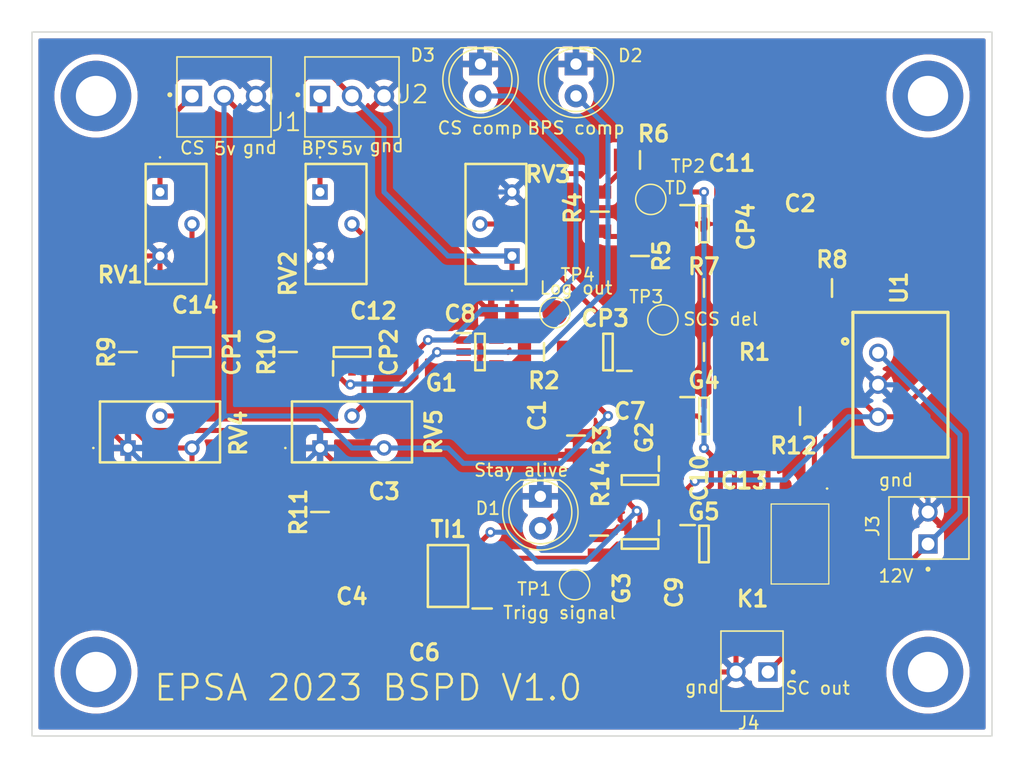
<source format=kicad_pcb>
(kicad_pcb (version 20211014) (generator pcbnew)
  (layers (0 "F.Cu" signal) (31 "B.Cu" signal) (34 "B.Paste" user) (35 "F.Paste" user) (36 "B.SilkS" user "B.Silkscreen") (37 "F.SilkS" user "F.Silkscreen") (38 "B.Mask" user) (39 "F.Mask" user) (44 "Edge.Cuts" user))
  (net 0 "")
  (net 1 "Net-(C1-Pad1)")
  (net 2 "0")
  (net 3 "Net-(C2-Pad1)")
  (net 4 "Net-(C3-Pad2)")
  (net 5 "Net-(C4-Pad1)")
  (net 6 "Net-(CP1-Pad1)")
  (net 7 "Net-(CP1-Pad3)")
  (net 8 "Net-(CP1-Pad4)")
  (net 9 "+5V")
  (net 10 "Net-(CP2-Pad1)")
  (net 11 "Net-(CP2-Pad3)")
  (net 12 "Net-(CP2-Pad4)")
  (net 13 "Del")
  (net 14 "Net-(CP3-Pad3)")
  (net 15 "Trigg")
  (net 16 "Net-(CP4-Pad3)")
  (net 17 "Logic out")
  (net 18 "Net-(G2-Pad4)")
  (net 19 "Trigg Signal")
  (net 20 "Net-(G4-Pad4)")
  (net 21 "StayAlive")
  (net 22 "BSPDE")
  (net 23 "Current Sensor IN")
  (net 24 "BPS Signal")
  (net 25 "+12V")
  (net 26 "SC")
  (net 27 "Net-(K1-Pad1)")
  (net 28 "Net-(D1-Pad2)")
  (footprint "MountingHole:MountingHole_3.2mm_M3_DIN965_Pad" (layer "F.Cu") (at 165.1 116.84)
    (fp_text reference "REF**" hide)
    (fp_text value "MountingHole_3.2mm_M3_DIN965_Pad" hide)
  )
  (footprint "EPSA_lib:SOT95P280X145-5N" (layer "F.Cu") (at 142.24 101.6 -90)
    (fp_text reference "G2")
    (fp_text value "Gate NAND SN74AHCT1G00DBVR" hide)
  )
  (footprint "EPSA_lib:CAPC2012X130N" (layer "F.Cu") (at 139.330641 94.192119)
    (fp_text reference "C7")
    (fp_text value "Condensateur 0805Y1000104JXT" hide)
  )
  (footprint "MountingHole:MountingHole_3.2mm_M3_DIN965_Pad" (layer "F.Cu") (at 99.06 71.12)
    (fp_text reference "REF**" hide)
    (fp_text value "MountingHole_3.2mm_M3_DIN965_Pad" hide)
  )
  (footprint "EPSA_lib:SOT95P280X145-5N" (layer "F.Cu") (at 147.32 96.52)
    (fp_text reference "G4")
    (fp_text value "Gate OR SN74AHCT1G32DBVR" hide)
  )
  (footprint "EPSA_lib:MOLEX_22-11-2022" (layer "F.Cu") (at 152.4 116.84 180)
    (fp_text reference "J4")
    (fp_text value "2P Droit 2-11-2022")
  )
  (footprint "EPSA_lib:TSR-0.5-2433" (layer "F.Cu") (at 159.136 88.2915 -90)
    (fp_text reference "U1")
    (fp_text value "Alim LP TSR_0.5-2450" hide)
  )
  (footprint "EPSA_lib:3296Y1223LF" (layer "F.Cu") (at 116.84 99.06 -90)
    (fp_text reference "RV5")
    (fp_text value "Varystor 3296Y-1-223LF" hide)
  )
  (footprint "EPSA_lib:RESC3216X70N" (layer "F.Cu") (at 134.62 91.44)
    (fp_text reference "R2")
    (fp_text value "Résistance RK73H2BLTDD2152F" hide)
  )
  (footprint "EPSA_lib:SOT95P280X145-5N" (layer "F.Cu") (at 147.32 106.68)
    (fp_text reference "G5")
    (fp_text value "Gate NOR SN74AHCT1G02DBVR" hide)
  )
  (footprint "EPSA_lib:RESC3216X70N" (layer "F.Cu") (at 139.052725 80.299257 -90)
    (fp_text reference "R4")
    (fp_text value "Résistance RK73H2BLTDD2152F" hide)
  )
  (footprint "EPSA_lib:SOIC127P600X175-8N" (layer "F.Cu") (at 127 109.22 180)
    (fp_text reference "TI1")
    (fp_text value "Timer 555 LM555CMX_NOPB" hide)
  )
  (footprint "LED_THT:LED_D5.0mm" (layer "F.Cu") (at 134.330177 102.89618 -90)
    (fp_text reference "D1")
    (fp_text value "LED")
  )
  (footprint "EPSA_lib:SOT95P280X145-5N" (layer "F.Cu") (at 142.24 106.68 -90)
    (fp_text reference "G3")
    (fp_text value "Gate NAND SN74AHCT1G00DBVR" hide)
  )
  (footprint "EPSA_lib:SOT95P280X145-5N" (layer "F.Cu") (at 106.68 91.44 90)
    (fp_text reference "CP1")
    (fp_text value "Comparateur TS391ILT" hide)
  )
  (footprint "EPSA_lib:CAPC2012X130N" (layer "F.Cu") (at 144.996793 101.858091 90)
    (fp_text reference "C10")
    (fp_text value "Condensateur 0805Y1000104JXT" hide)
  )
  (footprint "EPSA_lib:CAPC2012X130N" (layer "F.Cu") (at 103.826525 89.121713 90)
    (fp_text reference "C14")
    (fp_text value "Condensateur 0805Y1000104JXT" hide)
  )
  (footprint "EPSA_lib:RESC3216X70N" (layer "F.Cu") (at 147.32 86.36)
    (fp_text reference "R7")
    (fp_text value "Résistance RK73H2BLTDD2152F" hide)
  )
  (footprint "EPSA_lib:CAPC2012X130N" (layer "F.Cu") (at 150.565317 99.377893)
    (fp_text reference "C13")
    (fp_text value "Condensateur 0805Y1000104JXT" hide)
  )
  (footprint "EPSA_lib:CPC1394GR" (layer "F.Cu") (at 154.94 106.68 180)
    (fp_text reference "K1")
    (fp_text value "SSR CPC1394GR" hide)
  )
  (footprint "TestPoint:TestPoint_Pad_D2.0mm" (layer "F.Cu") (at 144.055444 88.887924)
    (fp_text reference "TP3")
    (fp_text value "TestPoint")
  )
  (footprint "MountingHole:MountingHole_3.2mm_M3_DIN965_Pad" (layer "F.Cu") (at 165.1 71.12)
    (fp_text reference "REF**" hide)
    (fp_text value "MountingHole_3.2mm_M3_DIN965_Pad" hide)
  )
  (footprint "EPSA_lib:3296Y1223LF" (layer "F.Cu") (at 104.14 78.74 180)
    (fp_text reference "RV1")
    (fp_text value "Varystor 3296Y-1-223LF" hide)
  )
  (footprint "EPSA_lib:3296Y1223LF" (layer "F.Cu") (at 101.6 99.06 -90)
    (fp_text reference "RV4")
    (fp_text value "Varystor 3296Y-1-223LF" hide)
  )
  (footprint "EPSA_lib:RESC3216X70N" (layer "F.Cu") (at 157.48 86.36 180)
    (fp_text reference "R8")
    (fp_text value "Résistance RK73H2BLTDD2152F" hide)
  )
  (footprint "EPSA_lib:CAPC2012X130N" (layer "F.Cu") (at 149.48666 78.426525)
    (fp_text reference "C11")
    (fp_text value "Condensateur 0805Y1000104JXT" hide)
  )
  (footprint "EPSA_lib:RESC3216X70N" (layer "F.Cu") (at 147.32 91.44)
    (fp_text reference "R1")
    (fp_text value "Résistance RK73H2BLTDD2152F" hide)
  )
  (footprint "EPSA_lib:CAPC2012X130N" (layer "F.Cu") (at 154.94 81.28)
    (fp_text reference "C2")
    (fp_text value "Condensateur 0805Y1000104JXT" hide)
  )
  (footprint "EPSA_lib:3296Y1223LF" (layer "F.Cu") (at 116.84 78.74 180)
    (fp_text reference "RV2")
    (fp_text value "Varystor 3296Y-1-223LF" hide)
  )
  (footprint "EPSA_lib:RESC3216X70N" (layer "F.Cu") (at 116.84 104.14 90)
    (fp_text reference "R11")
    (fp_text value "Résistance RK73H2BLTDD2152F" hide)
  )
  (footprint "MountingHole:MountingHole_3.2mm_M3_DIN965_Pad" (layer "F.Cu") (at 99.06 116.84)
    (fp_text reference "REF**" hide)
    (fp_text value "MountingHole_3.2mm_M3_DIN965_Pad" hide)
  )
  (footprint "LED_THT:LED_D5.0mm" (layer "F.Cu") (at 137.16 68.58 -90)
    (fp_text reference "D2")
    (fp_text value "LED")
  )
  (footprint "EPSA_lib:MOLEX_22-11-2022" (layer "F.Cu") (at 165.1 106.68 90)
    (fp_text reference "J3")
    (fp_text value "2P Droit 2-11-2022")
  )
  (footprint "EPSA_lib:RESC3216X70N" (layer "F.Cu") (at 154.94 96.52 180)
    (fp_text reference "R12")
    (fp_text value "Résistance RK73H2BLTDD2152F" hide)
  )
  (footprint "LED_THT:LED_D5.0mm" (layer "F.Cu") (at 129.579341 68.58 -90)
    (fp_text reference "D3")
    (fp_text value "LED")
  )
  (footprint "EPSA_lib:RESC3216X70N" (layer "F.Cu") (at 138.991482 106.011767 -90)
    (fp_text reference "R14")
    (fp_text value "Résistance RK73H2BLTDD2152F" hide)
  )
  (footprint "EPSA_lib:CAPC2012X130N" (layer "F.Cu") (at 125.050634 113.106159)
    (fp_text reference "C6")
    (fp_text value "Condensateur 0805Y1000104JXT" hide)
  )
  (footprint "TestPoint:TestPoint_Pad_D2.0mm" (layer "F.Cu") (at 137.051316 109.908327)
    (fp_text reference "TP1")
    (fp_text value "TestPoint")
  )
  (footprint "EPSA_lib:RESC3216X70N" (layer "F.Cu") (at 137.16 98.07 90)
    (fp_text reference "R3")
    (fp_text value "Résistance RK73H2BLTDD2152F" hide)
  )
  (footprint "EPSA_lib:RESC3216X70N" (layer "F.Cu") (at 142.24 76.2 180)
    (fp_text reference "R6")
    (fp_text value "Résistance RK73H2BLTDD2152F" hide)
  )
  (footprint "EPSA_lib:CAPC2012X130N" (layer "F.Cu") (at 117.41161 88.31915 180)
    (fp_text reference "C12")
    (fp_text value "Condensateur 0805Y1000104JXT" hide)
  )
  (footprint "EPSA_lib:MOLEX_22-11-2032" (layer "F.Cu") (at 116.84 71.12)
    (fp_text reference "J2")
    (fp_text value "3P Droit 22-11-2032")
  )
  (footprint "EPSA_lib:SOT95P280X145-5N" (layer "F.Cu") (at 139.7 91.44 180)
    (fp_text reference "CP3")
    (fp_text value "Comparateur TS391ILT" hide)
  )
  (footprint "EPSA_lib:CAPC2012X130N" (layer "F.Cu") (at 131.25078 88.369796 180)
    (fp_text reference "C8")
    (fp_text value "Condensateur 0805Y1000104JXT" hide)
  )
  (footprint "EPSA_lib:3296Y1223LF" (layer "F.Cu") (at 132.08 83.82)
    (fp_text reference "RV3")
    (fp_text value "Varystor 3296Y-1-223LF" hide)
  )
  (footprint "EPSA_lib:CAPC2012X130N" (layer "F.Cu") (at 119.38 109.22 180)
    (fp_text reference "C4")
    (fp_text value "Condensateur 0805Y1000104JXT" hide)
  )
  (footprint "EPSA_lib:SOT95P280X145-5N" (layer "F.Cu") (at 147.32 81.28)
    (fp_text reference "CP4")
    (fp_text value "Comparateur TS391ILT" hide)
  )
  (footprint "EPSA_lib:RESC3216X70N" (layer "F.Cu") (at 114.3 91.44 90)
    (fp_text reference "R10")
    (fp_text value "Résistance RK73H2BLTDD2152F" hide)
  )
  (footprint "EPSA_lib:CAPC2012X130N" (layer "F.Cu") (at 132.08 96.52 -90)
    (fp_text reference "C1")
    (fp_text value "Condensateur 0805Y1000104JXT" hide)
  )
  (footprint "EPSA_lib:RESC3216X70N" (layer "F.Cu") (at 101.6 91.44 90)
    (fp_text reference "R9")
    (fp_text value "Résistance RK73H2BLTDD2152F" hide)
  )
  (footprint "EPSA_lib:SOT95P280X145-5N" (layer "F.Cu") (at 129.54 91.44)
    (fp_text reference "G1")
    (fp_text value "Gate AND SN74AHCT1G08DBVR" hide)
  )
  (footprint "EPSA_lib:MOLEX_22-11-2032" (layer "F.Cu") (at 106.68 71.12)
    (fp_text reference "J1")
    (fp_text value "3P Droit 22-11-2032")
  )
  (footprint "TestPoint:TestPoint_Pad_D2.0mm" (layer "F.Cu") (at 135.489466 88.320355)
    (fp_text reference "TP4")
    (fp_text value "TestPoint")
  )
  (footprint "EPSA_lib:SOT95P280X145-5N" (layer "F.Cu") (at 119.38 91.44 90)
    (fp_text reference "CP2")
    (fp_text value "Comparateur TS391ILT" hide)
  )
  (footprint "TestPoint:TestPoint_Pad_D2.0mm" (layer "F.Cu") (at 143.095409 79.329644)
    (fp_text reference "TP2")
    (fp_text value "TestPoint")
  )
  (footprint "EPSA_lib:CAPC2012X130N" (layer "F.Cu") (at 143.081373 110.555008 -90)
    (fp_text reference "C9")
    (fp_text value "Condensateur 0805Y1000104JXT" hide)
  )
  (footprint "EPSA_lib:CAPC2012X130N" (layer "F.Cu") (at 121.92 104.14)
    (fp_text reference "C3")
    (fp_text value "Condensateur 0805Y1000104JXT" hide)
  )
  (footprint "EPSA_lib:RESC3216X70N" (layer "F.Cu") (at 142.24 83.82 -90)
    (fp_text reference "R5")
    (fp_text value "Résistance RK73H2BLTDD2152F" hide)
  )
  (gr_rect (start 93.98 66.04) (end 170.18 121.92) (layer "Edge.Cuts") (width 0.1) (fill none))
  (gr_text "5v" (at 119.38 75.280154) (layer "F.SilkS") (effects (font (size 1 1))))
  (gr_text "SC out" (at 156.339768 118.117028) (layer "F.SilkS") (effects (font (size 1 1))))
  (gr_text "gnd" (at 162.56 101.6) (layer "F.SilkS") (effects (font (size 1 1))))
  (gr_text "CS comp" (at 129.54 73.66) (layer "F.SilkS") (effects (font (size 1 1))))
  (gr_text "Stay alive" (at 132.815063 100.819807) (layer "F.SilkS") (effects (font (size 1 1))))
  (gr_text "CS" (at 106.705284 75.249021) (layer "F.SilkS") (effects (font (size 1 1))))
  (gr_text "BPS" (at 116.84 75.258078) (layer "F.SilkS") (effects (font (size 1 1))))
  (gr_text "TD" (at 145.106819 78.412898) (layer "F.SilkS") (effects (font (size 1 1))))
  (gr_text "5v" (at 109.300569 75.298268) (layer "F.SilkS") (effects (font (size 1 1))))
  (gr_text "Trigg signal" (at 135.856715 112.128797) (layer "F.SilkS") (effects (font (size 1 1))))
  (gr_text "BPS comp" (at 137.16 73.66) (layer "F.SilkS") (effects (font (size 1 1))))
  (gr_text "SCS del" (at 148.658396 88.831744) (layer "F.SilkS") (effects (font (size 1 1))))
  (gr_text "gnd" (at 147.183202 118.035516) (layer "F.SilkS") (effects (font (size 1 1))))
  (gr_text "gnd" (at 112.071992 75.207698) (layer "F.SilkS") (effects (font (size 1 1))))
  (gr_text "EPSA 2023 BSPD V1.0" (at 120.672959 118.094271) (layer "F.SilkS") (effects (font (size 2 2) (thickness 0.2))))
  (gr_text "gnd" (at 122.125195 75.062787) (layer "F.SilkS") (effects (font (size 1 1))))
  (gr_text "Log out" (at 137.16 86.36) (layer "F.SilkS") (effects (font (size 1 1))))
  (gr_text "12V" (at 162.56 109.22) (layer "F.SilkS") (effects (font (size 1 1))))
  (segment (start 137.16 93.98) (end 137.16 96.52) (width 0.4) (layer "F.Cu") (net 1))
  (segment (start 137.45 91.44) (end 138.4 90.49) (width 0.4) (layer "F.Cu") (net 1))
  (segment (start 136.17 91.44) (end 136.17 92.99) (width 0.4) (layer "F.Cu") (net 1))
  (segment (start 136.17 92.99) (end 137.16 93.98) (width 0.4) (layer "F.Cu") (net 1))
  (segment (start 136.17 91.44) (end 137.45 91.44) (width 0.4) (layer "F.Cu") (net 1))
  (segment (start 136.17 91.44) (end 132.08 95.53) (width 0.4) (layer "F.Cu") (net 1))
  (segment (start 141.29 95.331478) (end 141.29 100.3) (width 0.4) (layer "F.Cu") (net 2))
  (segment (start 140.259454 101.567829) (end 140.291625 101.6) (width 0.4) (layer "F.Cu") (net 2))
  (segment (start 132.08 78.74) (end 138.71 85.37) (width 0.4) (layer "F.Cu") (net 2))
  (segment (start 153.186525 78.426525) (end 155.76 81) (width 0.4) (layer "F.Cu") (net 2))
  (segment (start 119.38 68.58) (end 121.92 71.12) (width 0.4) (layer "F.Cu") (net 2))
  (segment (start 127.851793 111.125) (end 125.870634 113.106159) (width 0.4) (layer "F.Cu") (net 2))
  (segment (start 153.797 102.28) (end 153.797 105.283) (width 0.4) (layer "F.Cu") (net 2))
  (segment (start 156.065756 94.020756) (end 165.1 103.055) (width 0.4) (layer "F.Cu") (net 2))
  (segment (start 146.745 81.28) (end 147.311465 81.846465) (width 0.4) (layer "F.Cu") (net 2))
  (segment (start 142.24 90.928753) (end 142.24 85.37) (width 0.4) (layer "F.Cu") (net 2))
  (segment (start 151.385317 99.377893) (end 151.385317 94.098045) (width 0.4) (layer "F.Cu") (net 2))
  (segment (start 140.150641 94.192119) (end 141.29 95.331478) (width 0.4) (layer "F.Cu") (net 2))
  (segment (start 128.229414 102.829414) (end 128.229414 111.058487) (width 0.4) (layer "F.Cu") (net 2))
  (segment (start 155.76 81.28) (end 155.76 83.09) (width 0.4) (layer "F.Cu") (net 2))
  (segment (start 101.6 83.82) (end 104.14 83.82) (width 0.4) (layer "F.Cu") (net 2))
  (segment (start 111.76 116.84) (end 101.6 106.68) (width 0.4) (layer "F.Cu") (net 2))
  (segment (start 114.3 68.58) (end 119.38 68.58) (width 0.4) (layer "F.Cu") (net 2))
  (segment (start 146.02 81.28) (end 146.745 81.28) (width 0.4) (layer "F.Cu") (net 2))
  (segment (start 167.64 106.68) (end 165.1 104.14) (width 0.4) (layer "F.Cu") (net 2))
  (segment (start 128.24 93.78) (end 131.8 97.34) (width 0.4) (layer "F.Cu") (net 2))
  (segment (start 121.1 103.32) (end 121.1 102.654723) (width 0.4) (layer "F.Cu") (net 2))
  (segment (start 143.081373 111.375008) (end 144.395008 111.375008) (width 0.4) (layer "F.Cu") (net 2))
  (segment (start 151.462606 94.020756) (end 156.065756 94.020756) (width 0.4) (layer "F.Cu") (net 2))
  (segment (start 140.259454 101.330546) (end 140.259454 101.567829) (width 0.4) (layer "F.Cu") (net 2))
  (segment (start 118.4465 79.6735) (end 118.4465 74.5935) (width 0.4) (layer "F.Cu") (net 2))
  (segment (start 149.86 116.84) (end 151.796109 118.776109) (width 0.4) (layer "F.Cu") (net 2))
  (segment (start 128.24 92.39) (end 128.24 93.78) (width 0.4) (layer "F.Cu") (net 2))
  (segment (start 155.76 83.09) (end 159.03 86.36) (width 0.4) (layer "F.Cu") (net 2))
  (segment (start 103.826525 87.338475) (end 104.14 87.025) (width 0.4) (layer "F.Cu") (net 2))
  (segment (start 116.59161 86.683015) (end 118.147312 85.127313) (width 0.4) (layer "F.Cu") (net 2))
  (segment (start 140.267808 101.564787) (end 140.267808 103.561253) (width 0.4) (layer "F.Cu") (net 2))
  (segment (start 121.1 102.654723) (end 122.154723 101.6) (width 0.4) (layer "F.Cu") (net 2))
  (segment (start 140.658022 104.748022) (end 141.29 105.38) (width 0.4) (layer "F.Cu") (net 2))
  (segment (start 104.14 83.82) (end 102.283327 81.963327) (width 0.4) (layer "F.Cu") (net 2))
  (segment (start 143.760484 101.6) (end 144.78 100.580484) (width 0.4) (layer "F.Cu") (net 2))
  (segment (start 141.728753 91.44) (end 142.24 90.928753) (width 0.4) (layer "F.Cu") (net 2))
  (segment (start 117.641067 80.478933) (end 118.4465 79.6735) (width 0.4) (layer "F.Cu") (net 2))
  (segment (start 138.71 85.37) (end 142.24 85.37) (width 0.4) (layer "F.Cu") (net 2))
  (segment (start 99.06 96.52) (end 99.06 86.36) (width 0.4) (layer "F.Cu") (net 2))
  (segment (start 111.76 104.14) (end 121.1 104.14) (width 0.4) (layer "F.Cu") (net 2))
  (segment (start 122.154723 101.6) (end 127 101.6) (width 0.4) (layer "F.Cu") (net 2))
  (segment (start 121.734484 79.6735) (end 118.4465 79.6735) (width 0.4) (layer "F.Cu") (net 2))
  (segment (start 111.76 71.12) (end 114.3 68.58) (width 0.4) (layer "F.Cu") (net 2))
  (segment (start 149.86 116.84) (end 111.76 116.84) (width 0.4) (layer "F.Cu") (net 2))
  (segment (start 117.641067 83.018933) (end 117.641067 80.478933) (width 0.4) (layer "F.Cu") (net 2))
  (segment (start 144.395008 111.375008) (end 146.02 113) (width 0.4) (layer "F.Cu") (net 2))
  (segment (start 109.22 68.58) (end 111.76 71.12) (width 0.4) (layer "F.Cu") (net 2))
  (segment (start 106.68 68.58) (end 109.22 68.58) (width 0.4) (layer "F.Cu") (net 2))
  (segment (start 135.18 99.62) (end 137.16 99.62) (width 0.4) (layer "F.Cu") (net 2))
  (segment (start 141 91.44) (end 141.728753 91.44) (width 0.4) (layer "F.Cu") (net 2))
  (segment (start 151.796109 118.776109) (end 158.083891 118.776109) (width 0.4) (layer "F.Cu") (net 2))
  (segment (start 141.29 100.3) (end 137.84 100.3) (width 0.4) (layer "F.Cu") (net 2))
  (segment (start 149.86 109.22) (end 149.86 116.84) (width 0.4) (layer "F.Cu") (net 2))
  (segment (start 153.797 105.283) (end 149.86 109.22) (width 0.4) (layer "F.Cu") (net 2))
  (segment (start 128.295927 111.125) (end 129.711 111.125) (width 0.4) (layer "F.Cu") (net 2))
  (segment (start 140.658022 103.951467) (end 140.658022 104.748022) (width 0.4) (layer "F.Cu") (net 2))
  (segment (start 165.1 103.055) (end 165.1 104.14) (width 0.4) (layer "F.Cu") (net 2))
  (segment (start 129.711 111.125) (end 127.851793 111.125) (width 0.4) (layer "F.Cu") (net 2))
  (segment (start 116.84 83.82) (end 118.147312 85.127313) (width 0.4) (layer "F.Cu") (net 2))
  (segment (start 118.56 109.22) (end 114.3 109.22) (width 0.4) (layer "F.Cu") (net 2))
  (segment (start 140.291625 101.6) (end 143.760484 101.6) (width 0.4) (layer "F.Cu") (net 2))
  (segment (start 147.311465 83.133348) (end 146.624813 83.82) (width 0.4) (layer "F.Cu") (net 2))
  (segment (start 104.14 83.82) (end 104.14 87.025) (width 0.4) (layer "F.Cu") (net 2))
  (segment (start 146.02 113) (end 149.86 116.84) (width 0.4) (layer "F.Cu") (net 2))
  (segment (start 134.330177 100.469823) (end 135.18 99.62) (width 0.4) (layer "F.Cu") (net 2))
  (segment (start 141.29 100.3) (end 140.259454 101.330546) (width 0.4) (layer "F.Cu") (net 2))
  (segment (start 101.6 106.68) (end 101.6 99.06) (width 0.4) (layer "F.Cu") (net 2))
  (segment (start 101.6 99.06) (end 99.06 96.52) (width 0.4) (layer "F.Cu") (net 2))
  (segment (start 121.1 104.14) (end 121.1 103.32) (width 0.4) (layer "F.Cu") (net 2))
  (segment (start 128.229414 111.058487) (end 128.295927 111.125) (width 0.4) (layer "F.Cu") (net 2))
  (segment (start 159.03 86.36) (end 159.03 91.9355) (width 0.4) (layer "F.Cu") (net 2))
  (segment (start 102.283327 72.976673) (end 106.68 68.58) (width 0.4) (layer "F.Cu") (net 2))
  (segment (start 143.79 83.82) (end 142.24 85.37) (width 0.4) (layer "F.Cu") (net 2))
  (segment (start 116.59161 88.31915) (end 116.59161 86.683015) (width 0.4) (layer "F.Cu") (net 2))
  (segment (start 116.84 99.06) (end 121.1 103.32) (width 0.4) (layer "F.Cu") (net 2))
  (segment (start 158.083891 118.776109) (end 167.64 109.22) (width 0.4) (layer "F.Cu") (net 2))
  (segment (start 131.26 97.34) (end 127 101.6) (width 0.4) (layer "F.Cu") (net 2))
  (segment (start 116.84 83.82) (end 117.641067 83.018933) (width 0.4) (layer "F.Cu") (net 2))
  (segment (start 146.624813 83.82) (end 143.79 83.82) (width 0.4) (layer "F.Cu") (net 2))
  (segment (start 102.283327 81.963327) (end 102.283327 72.976673) (width 0.4) (layer "F.Cu") (net 2))
  (segment (start 106.68 89.565) (end 106.68 92.74) (width 0.4) (layer "F.Cu") (net 2))
  (segment (start 144.78 97.885) (end 145.195 97.47) (width 0.4) (layer "F.Cu") (net 2))
  (segment (start 146.02 107.63) (end 146.02 113) (width 0.4) (layer "F.Cu") (net 2))
  (segment (start 133.8 99.06) (end 134.62 99.06) (width 0.4) (layer "F.Cu") (net 2))
  (segment (start 99.06 86.36) (end 101.6 83.82) (width 0.4) (layer "F.Cu") (net 2))
  (segment (start 144.78 100.580484) (end 144.78 97.885) (width 0.4) (layer "F.Cu") (net 2))
  (segment (start 104.14 87.025) (end 106.68 89.565) (width 0.4) (layer "F.Cu") (net 2))
  (segment (start 103.826525 88.301713) (end 103.826525 87.338475) (width 0.4) (layer "F.Cu") (net 2))
  (segment (start 145.195 97.47) (end 146.02 97.47) (width 0.4) (layer "F.Cu") (net 2))
  (segment (start 140.267808 103.561253) (end 140.658022 103.951467) (width 0.4) (layer "F.Cu") (net 2))
  (segment (start 119.38 86.36) (end 119.38 92.74) (width 0.4) (layer "F.Cu") (net 2))
  (segment (start 132.08 97.34) (end 133.8 99.06) (width 0.4) (layer "F.Cu") (net 2))
  (segment (start 167.64 109.22) (end 167.64 106.68) (width 0.4) (layer "F.Cu") (net 2))
  (segment (start 147.311465 81.846465) (end 147.311465 83.133348) (width 0.4) (layer "F.Cu") (net 2))
  (segment (start 137.84 100.3) (end 137.16 99.62) (width 0.4) (layer "F.Cu") (net 2))
  (segment (start 118.4465 74.5935) (end 121.92 71.12) (width 0.4) (layer "F.Cu") (net 2))
  (segment (start 134.62 99.06) (end 135.18 99.62) (width 0.4) (layer "F.Cu") (net 2))
  (segment (start 111.76 106.68) (end 111.76 104.14) (width 0.4) (layer "F.Cu") (net 2))
  (segment (start 132.08 97.34) (end 131.26 97.34) (width 0.4) (layer "F.Cu") (net 2))
  (segment (start 134.330177 102.89618) (end 134.330177 100.469823) (width 0.4) (layer "F.Cu") (net 2))
  (segment (start 150.30666 78.426525) (end 153.186525 78.426525) (width 0.4) (layer "F.Cu") (net 2))
  (segment (start 159.03 91.9355) (end 161.136 94.0415) (width 0.4) (layer "F.Cu") (net 2))
  (segment (start 127 101.6) (end 128.229414 102.829414) (width 0.4) (layer "F.Cu") (net 2))
  (segment (start 118.147312 85.127313) (end 119.38 86.36) (width 0.4) (layer "F.Cu") (net 2))
  (segment (start 114.3 109.22) (end 111.76 106.68) (width 0.4) (layer "F.Cu") (net 2))
  (segment (start 130.43078 88.369796) (end 121.734484 79.6735) (width 0.4) (layer "F.Cu") (net 2))
  (segment (start 151.385317 94.098045) (end 151.462606 94.020756) (width 0.4) (layer "F.Cu") (net 2))
  (segment (start 101.6 99.06) (end 104.14 101.6) (width 0.4) (layer "B.Cu") (net 2))
  (segment (start 165.1 96.52) (end 165.1 104.14) (width 0.4) (layer "B.Cu") (net 2))
  (segment (start 129.54 78.74) (end 121.92 71.12) (width 0.4) (layer "B.Cu") (net 2))
  (segment (start 124.46 68.58) (end 121.92 71.12) (width 0.4) (layer "B.Cu") (net 2))
  (segment (start 129.579341 68.58) (end 124.46 68.58) (width 0.4) (layer "B.Cu") (net 2))
  (segment (start 104.14 101.6) (end 114.3 101.6) (width 0.4) (layer "B.Cu") (net 2))
  (segment (start 132.08 78.74) (end 129.54 78.74) (width 0.4) (layer "B.Cu") (net 2))
  (segment (start 162.6215 94.0415) (end 165.1 96.52) (width 0.4) (layer "B.Cu") (net 2))
  (segment (start 129.579341 68.58) (end 137.16 68.58) (width 0.4) (layer "B.Cu") (net 2))
  (segment (start 114.3 101.6) (end 116.84 99.06) (width 0.4) (layer "B.Cu") (net 2))
  (segment (start 161.136 94.0415) (end 162.6215 94.0415) (width 0.4) (layer "B.Cu") (net 2))
  (segment (start 154.12 81.28) (end 154.12 84.55) (width 0.4) (layer "F.Cu") (net 3))
  (segment (start 154.12 81.28) (end 149.57 81.28) (width 0.4) (layer "F.Cu") (net 3))
  (segment (start 149.57 81.28) (end 148.62 82.23) (width 0.4) (layer "F.Cu") (net 3))
  (segment (start 148.87 86.36) (end 148.87 82.48) (width 0.4) (layer "F.Cu") (net 3))
  (segment (start 148.87 82.48) (end 148.62 82.23) (width 0.4) (layer "F.Cu") (net 3))
  (segment (start 154.12 84.55) (end 155.93 86.36) (width 0.4) (layer "F.Cu") (net 3))
  (segment (start 124.289 105.689) (end 122.74 104.14) (width 0.4) (layer "F.Cu") (net 4))
  (segment (start 124.289 107.315) (end 124.289 105.689) (width 0.4) (layer "F.Cu") (net 4))
  (segment (start 124.289 108.585) (end 124.289 109.204653) (width 0.4) (layer "F.Cu") (net 5))
  (segment (start 117.215 105.69) (end 120.2 108.675) (width 0.4) (layer "F.Cu") (net 5))
  (segment (start 124.289 108.585) (end 124.289 109.855) (width 0.4) (layer "F.Cu") (net 5))
  (segment (start 124.289 109.204653) (end 124.259319 109.234334) (width 0.4) (layer "F.Cu") (net 5))
  (segment (start 124.244985 109.22) (end 120.2 109.22) (width 0.4) (layer "F.Cu") (net 5))
  (segment (start 124.259319 109.234334) (end 124.244985 109.22) (width 0.4) (layer "F.Cu") (net 5))
  (segment (start 103.15 92.99) (end 105.48 92.99) (width 0.4) (layer "F.Cu") (net 6))
  (segment (start 101.6 92.99) (end 103.15 92.99) (width 0.4) (layer "F.Cu") (net 6))
  (segment (start 124.46 93.445) (end 124.46 91.44) (width 0.4) (layer "F.Cu") (net 6))
  (segment (start 103.15 92.99) (end 103.15 94.179002) (width 0.4) (layer "F.Cu") (net 6))
  (segment (start 102.449431 96.723694) (end 103.393981 97.668244) (width 0.4) (layer "F.Cu") (net 6))
  (segment (start 120.236756 97.668244) (end 124.46 93.445) (width 0.4) (layer "F.Cu") (net 6))
  (segment (start 103.15 94.179002) (end 102.449431 94.879571) (width 0.4) (layer "F.Cu") (net 6))
  (segment (start 102.449431 94.879571) (end 102.449431 96.723694) (width 0.4) (layer "F.Cu") (net 6))
  (segment (start 125.41 90.49) (end 128.24 90.49) (width 0.4) (layer "F.Cu") (net 6))
  (segment (start 124.46 91.44) (end 125.41 90.49) (width 0.4) (layer "F.Cu") (net 6))
  (segment (start 103.393981 97.668244) (end 120.236756 97.668244) (width 0.4) (layer "F.Cu") (net 6))
  (segment (start 105.48 92.99) (end 105.73 92.74) (width 0.4) (layer "F.Cu") (net 6))
  (via (at 125.41 90.49) (size 0.8) (drill 0.4) (layers "F.Cu" "B.Cu") (net 6))
  (segment (start 137.16 85.342508) (end 137.16 76.2) (width 0.4) (layer "B.Cu") (net 6))
  (segment (start 132.08 71.12) (end 129.579341 71.12) (width 0.4) (layer "B.Cu") (net 6))
  (segment (start 137.16 76.2) (end 132.08 71.12) (width 0.4) (layer "B.Cu") (net 6))
  (segment (start 127.277 90.49) (end 129.695239 88.071761) (width 0.4) (layer "B.Cu") (net 6))
  (segment (start 125.41 90.49) (end 127.277 90.49) (width 0.4) (layer "B.Cu") (net 6))
  (segment (start 129.695239 88.071761) (end 134.430747 88.071761) (width 0.4) (layer "B.Cu") (net 6))
  (segment (start 134.430747 88.071761) (end 137.16 85.342508) (width 0.4) (layer "B.Cu") (net 6))
  (segment (start 107.63 94.372683) (end 107.63 92.74) (width 0.4) (layer "F.Cu") (net 7))
  (segment (start 105.482683 96.52) (end 107.63 94.372683) (width 0.4) (layer "F.Cu") (net 7))
  (segment (start 104.14 96.52) (end 105.482683 96.52) (width 0.4) (layer "F.Cu") (net 7))
  (segment (start 106.68 81.28) (end 106.68 86.36) (width 0.4) (layer "F.Cu") (net 8))
  (segment (start 106.68 86.36) (end 107.63 87.31) (width 0.4) (layer "F.Cu") (net 8))
  (segment (start 107.63 87.31) (end 107.63 90.14) (width 0.4) (layer "F.Cu") (net 8))
  (segment (start 128.457161 77.282839) (end 127 78.74) (width 0.4) (layer "F.Cu") (net 9))
  (segment (start 116.84 102.59) (end 108.889831 102.59) (width 0.4) (layer "F.Cu") (net 9))
  (segment (start 146.5955 101.692134) (end 145.387634 102.9) (width 0.4) (layer "F.Cu") (net 9))
  (segment (start 114.3 88.9) (end 111.76 86.36) (width 0.4) (layer "F.Cu") (net 9))
  (segment (start 140.69 76.2) (end 142.355167 74.534833) (width 0.4) (layer "F.Cu") (net 9))
  (segment (start 108.889831 106.349831) (end 108.889831 102.59) (width 0.4) (layer "F.Cu") (net 9))
  (segment (start 149.86 93.98) (end 152.4 91.44) (width 0.4) (layer "F.Cu") (net 9))
  (segment (start 101.6 89.89) (end 100.05 91.44) (width 0.4) (layer "F.Cu") (net 9))
  (segment (start 100.05 91.44) (end 100.05 95.583663) (width 0.4) (layer "F.Cu") (net 9))
  (segment (start 129.54 83.82) (end 132.08 83.82) (width 0.4) (layer "F.Cu") (net 9))
  (segment (start 139.052725 78.749257) (end 140.69 77.111982) (width 0.4) (layer "F.Cu") (net 9))
  (segment (start 154.94 76.2) (end 165.1 86.36) (width 0.4) (layer "F.Cu") (net 9))
  (segment (start 132.08 83.82) (end 132.08 89.25) (width 0.4) (layer "F.Cu") (net 9))
  (segment (start 142.563397 74.534833) (end 142.584865 74.556301) (width 0.4) (layer "F.Cu") (net 9))
  (segment (start 152.4 91.44) (end 155.9945 91.44) (width 0.4) (layer "F.Cu") (net 9))
  (segment (start 137.586307 77.282839) (end 128.457161 77.282839) (width 0.4) (layer "F.Cu") (net 9))
  (segment (start 114.3 89.89) (end 118.18 89.89) (width 0.4) (layer "F.Cu") (net 9))
  (segment (start 127 81.28) (end 129.54 83.82) (width 0.4) (layer "F.Cu") (net 9))
  (segment (start 148.62 77.5) (end 148.62 80.33) (width 0.4) (layer "F.Cu") (net 9))
  (segment (start 105.48 89.89) (end 105.73 90.14) (width 0.4) (layer "F.Cu") (net 9))
  (segment (start 147.32 76.2) (end 154.94 76.2) (width 0.4) (layer "F.Cu") (net 9))
  (segment (start 149.879807 95.569251) (end 148.910749 95.569251) (width 0.4) (layer "F.Cu") (net 9))
  (segment (start 138.4 95.22) (end 138.4 92.39) (width 0.4) (layer "F.Cu") (net 9))
  (segment (start 143.081373 109.735008) (end 141.133182 109.735008) (width 0.4) (layer "F.Cu") (net 9))
  (segment (start 165.1 93.98) (end 162.4985 96.5815) (width 0.4) (layer "F.Cu") (net 9))
  (segment (start 149.86 99.26321) (end 149.86 93.98) (width 0.4) (layer "F.Cu") (net 9))
  (segment (start 106.68 100.380169) (end 108.889831 102.59) (width 0.4) (layer "F.Cu") (net 9))
  (segment (start 127 78.74) (end 127 81.28) (width 0.4) (layer "F.Cu") (net 9))
  (segment (start 118.23161 88.31915) (end 118.23161 89.94161) (width 0.4) (layer "F.Cu") (net 9))
  (segment (start 136.56819 114.3) (end 116.84 114.3) (width 0.4) (layer "F.Cu") (net 9))
  (segment (start 148.62 95.57) (end 148.62 91.69) (width 0.4) (layer "F.Cu") (net 9))
  (segment (start 117.568995 69.308995) (end 119.38 71.12) (width 0.4) (layer "F.Cu") (net 9))
  (segment (start 116.84 114.3) (end 108.889831 106.349831) (width 0.4) (layer "F.Cu") (net 9))
  (segment (start 142.355167 74.534833) (end 142.563397 74.534833) (width 0.4) (layer "F.Cu") (net 9))
  (segment (start 143.19 107.98) (end 143.19 109.626381) (width 0.4) (layer "F.Cu") (net 9))
  (segment (start 103.526337 99.06) (end 106.68 99.06) (width 0.4) (layer "F.Cu") (net 9))
  (segment (start 132.08 89.25) (end 130.84 90.49) (width 0.4) (layer "F.Cu") (net 9))
  (segment (start 118.18 89.89) (end 118.43 90.14) (width 0.4) (layer "F.Cu") (net 9))
  (segment (start 111.76 73.66) (end 116.111005 69.308995) (width 0.4) (layer "F.Cu") (net 9))
  (segment (start 140.69 77.111982) (end 140.69 76.2) (width 0.4) (layer "F.Cu") (net 9))
  (segment (start 155.9945 91.44) (end 161.136 96.5815) (width 0.4) (layer "F.Cu") (net 9))
  (segment (start 141.133182 109.735008) (end 136.56819 114.3) (width 0.4) (layer "F.Cu") (net 9))
  (segment (start 139.7 96.52) (end 138.4 95.22) (width 0.4) (layer "F.Cu") (net 9))
  (segment (start 145.387634 102.9) (end 143.19 102.9) (width 0.4) (layer "F.Cu") (net 9))
  (segment (start 139.052725 78.749257) (end 137.586307 77.282839) (width 0.4) (layer "F.Cu") (net 9))
  (segment (start 145.676301 74.556301) (end 147.32 76.2) (width 0.4) (layer "F.Cu") (net 9))
  (segment (start 165.1 86.36) (end 165.1 93.98) (width 0.4) (layer "F.Cu") (net 9))
  (segment (start 148.62 105.73) (end 149.735532 104.614468) (width 0.4) (layer "F.Cu") (net 9))
  (segment (start 147.32 76.2) (end 148.62 77.5) (width 0.4) (layer "F.Cu") (net 9))
  (segment (start 124.289 111.125) (end 124.289 114.3) (width 0.4) (layer "F.Cu") (net 9))
  (segment (start 100.05 95.583663) (end 103.526337 99.06) (width 0.4) (layer "F.Cu") (net 9))
  (segment (start 116.111005 69.308995) (end 117.568995 69.308995) (width 0.4) (layer "F.Cu") (net 9))
  (segment (start 114.3 89.89) (end 114.3 88.9) (width 0.4) (layer "F.Cu") (net 9))
  (segment (start 101.6 89.89) (end 105.48 89.89) (width 0.4) (layer "F.Cu") (net 9))
  (segment (start 162.4985 96.5815) (end 161.136 96.5815) (width 0.4) (layer "F.Cu") (net 9))
  (segment (start 106.68 99.06) (end 106.68 100.380169) (width 0.4) (layer "F.Cu") (net 9))
  (segment (start 142.584865 74.556301) (end 145.676301 74.556301) (width 0.4) (layer "F.Cu") (net 9))
  (segment (start 111.76 73.66) (end 109.22 71.12) (width 0.4) (layer "F.Cu") (net 9))
  (segment (start 118.23161 89.94161) (end 118.43 90.14) (width 0.4) (layer "F.Cu") (net 9))
  (segment (start 149.735532 104.614468) (end 149.735532 99.387678) (width 0.4) (layer "F.Cu") (net 9))
  (segment (start 111.76 86.36) (end 111.76 73.66) (width 0.4) (layer "F.Cu") (net 9))
  (via (at 146.5955 101.692134) (size 0.8) (drill 0.4) (layers "F.Cu" "B.Cu") (net 9))
  (via (at 139.7 96.52) (size 0.8) (drill 0.4) (layers "F.Cu" "B.Cu") (net 9))
  (segment (start 127 99.06) (end 121.92 99.06) (width 0.4) (layer "B.Cu") (net 9))
  (segment (start 146.687634 101.6) (end 153.7625 101.6) (width 0.4) (layer "B.Cu") (net 9))
  (segment (start 121.92 73.66) (end 119.38 71.12) (width 0.4) (layer "B.Cu") (net 9))
  (segment (start 116.84 96.52) (end 109.22 96.52) (width 0.4) (layer "B.Cu") (net 9))
  (segment (start 109.22 96.52) (end 109.22 71.12) (width 0.4) (layer "B.Cu") (net 9))
  (segment (start 153.7625 101.6) (end 158.781 96.5815) (width 0.4) (layer "B.Cu") (net 9))
  (segment (start 146.5955 101.692134) (end 146.687634 101.6) (width 0.4) (layer "B.Cu") (net 9))
  (segment (start 139.7 96.52) (end 135.942314 100.277686) (width 0.4) (layer "B.Cu") (net 9))
  (segment (start 128.217686 100.277686) (end 127 99.06) (width 0.4) (layer "B.Cu") (net 9))
  (segment (start 132.08 83.82) (end 127 83.82) (width 0.4) (layer "B.Cu") (net 9))
  (segment (start 128.217686 100.277686) (end 135.942314 100.277686) (width 0.4) (layer "B.Cu") (net 9))
  (segment (start 106.68 99.06) (end 109.22 96.52) (width 0.4) (layer "B.Cu") (net 9))
  (segment (start 121.92 78.74) (end 121.92 73.66) (width 0.4) (layer "B.Cu") (net 9))
  (segment (start 119.38 99.06) (end 116.84 96.52) (width 0.4) (layer "B.Cu") (net 9))
  (segment (start 121.92 99.06) (end 119.38 99.06) (width 0.4) (layer "B.Cu") (net 9))
  (segment (start 158.781 96.5815) (end 161.136 96.5815) (width 0.4) (layer "B.Cu") (net 9))
  (segment (start 127 83.82) (end 121.92 78.74) (width 0.4) (layer "B.Cu") (net 9))
  (segment (start 114.3 92.99) (end 118.18 92.99) (width 0.4) (layer "F.Cu") (net 10))
  (segment (start 128.24 91.44) (end 126.147071 91.44) (width 0.4) (layer "F.Cu") (net 10))
  (segment (start 119.251221 94.028303) (end 118.993303 94.028303) (width 0.4) (layer "F.Cu") (net 10))
  (segment (start 118.43 93.465) (end 118.43 92.74) (width 0.4) (layer "F.Cu") (net 10))
  (segment (start 126.147071 91.44) (end 126.133745 91.453326) (width 0.4) (layer "F.Cu") (net 10))
  (segment (start 118.993303 94.028303) (end 118.43 93.465) (width 0.4) (layer "F.Cu") (net 10))
  (segment (start 118.18 92.99) (end 118.43 92.74) (width 0.4) (layer "F.Cu") (net 10))
  (via (at 119.251221 94.028303) (size 0.8) (drill 0.4) (layers "F.Cu" "B.Cu") (net 10))
  (via (at 126.133745 91.453326) (size 0.8) (drill 0.4) (layers "F.Cu" "B.Cu") (net 10))
  (segment (start 139.7 86.36) (end 139.7 73.66) (width 0.4) (layer "B.Cu") (net 10))
  (segment (start 126.133745 91.453326) (end 134.606674 91.453326) (width 0.4) (layer "B.Cu") (net 10))
  (segment (start 139.7 73.66) (end 137.16 71.12) (width 0.4) (layer "B.Cu") (net 10))
  (segment (start 134.606674 91.453326) (end 139.7 86.36) (width 0.4) (layer "B.Cu") (net 10))
  (segment (start 123.607071 93.98) (end 126.133745 91.453326) (width 0.4) (layer "B.Cu") (net 10))
  (segment (start 119.299524 93.98) (end 123.607071 93.98) (width 0.4) (layer "B.Cu") (net 10))
  (segment (start 119.251221 94.028303) (end 119.299524 93.98) (width 0.4) (layer "B.Cu") (net 10))
  (segment (start 120.33 95.57) (end 120.33 92.74) (width 0.4) (layer "F.Cu") (net 11))
  (segment (start 119.38 96.52) (end 120.33 95.57) (width 0.4) (layer "F.Cu") (net 11))
  (segment (start 120.33 82.23) (end 119.38 81.28) (width 0.4) (layer "F.Cu") (net 12))
  (segment (start 120.33 90.14) (end 120.33 82.23) (width 0.4) (layer "F.Cu") (net 12))
  (segment (start 146.02 95.57) (end 145.195 95.57) (width 0.4) (layer "F.Cu") (net 13))
  (segment (start 145.195 95.57) (end 143.19 97.575) (width 0.4) (layer "F.Cu") (net 13))
  (segment (start 143.19 97.575) (end 143.19 100.3) (width 0.4) (layer "F.Cu") (net 13))
  (segment (start 144.82 92.39) (end 145.77 91.44) (width 0.4) (layer "F.Cu") (net 13))
  (segment (start 145.77 95.32) (end 146.02 95.57) (width 0.4) (layer "F.Cu") (net 13))
  (segment (start 145.77 88.936453) (end 145.77 86.36) (width 0.4) (layer "F.Cu") (net 13))
  (segment (start 142.24 100.3) (end 143.19 100.3) (width 0.4) (layer "F.Cu") (net 13))
  (segment (start 145.721471 88.887924) (end 145.77 88.936453) (width 0.4) (layer "F.Cu") (net 13))
  (segment (start 144.055444 88.887924) (end 145.721471 88.887924) (width 0.4) (layer "F.Cu") (net 13))
  (segment (start 145.77 91.44) (end 145.77 95.32) (width 0.4) (layer "F.Cu") (net 13))
  (segment (start 141 92.39) (end 144.82 92.39) (width 0.4) (layer "F.Cu") (net 13))
  (segment (start 145.77 91.44) (end 145.77 88.936453) (width 0.4) (layer "F.Cu") (net 13))
  (segment (start 131.79 81.28) (end 141 90.49) (width 0.4) (layer "F.Cu") (net 14))
  (segment (start 129.54 81.28) (end 131.79 81.28) (width 0.4) (layer "F.Cu") (net 14))
  (segment (start 147.907694 101.962277) (end 144.489971 105.38) (width 0.4) (layer "F.Cu") (net 15))
  (segment (start 144.489971 105.38) (end 143.19 105.38) (width 0.4) (layer "F.Cu") (net 15))
  (segment (start 144.605 78.915) (end 146.02 80.33) (width 0.4) (layer "F.Cu") (net 15))
  (segment (start 147.32 99.06) (end 147.32 96.995) (width 0.4) (layer "F.Cu") (net 15))
  (segment (start 147.32 96.995) (end 146.845 96.52) (width 0.4) (layer "F.Cu") (net 15))
  (segment (start 147.907694 99.647694) (end 147.907694 101.962277) (width 0.4) (layer "F.Cu") (net 15))
  (segment (start 147.32 99.06) (end 147.907694 99.647694) (width 0.4) (layer "F.Cu") (net 15))
  (segment (start 144.605 78.915) (end 144.78 78.74) (width 0.4) (layer "F.Cu") (net 15))
  (segment (start 146.845 96.52) (end 146.02 96.52) (width 0.4) (layer "F.Cu") (net 15))
  (segment (start 143.79 76.2) (end 143.79 78.1) (width 0.4) (layer "F.Cu") (net 15))
  (segment (start 143.510053 78.915) (end 144.605 78.915) (width 0.4) (layer "F.Cu") (net 15))
  (segment (start 143.79 78.1) (end 144.605 78.915) (width 0.4) (layer "F.Cu") (net 15))
  (segment (start 144.78 78.74) (end 147.32 78.74) (width 0.4) (layer "F.Cu") (net 15))
  (via (at 147.32 99.06) (size 0.8) (drill 0.4) (layers "F.Cu" "B.Cu") (net 15))
  (via (at 147.32 78.74) (size 0.8) (drill 0.4) (layers "F.Cu" "B.Cu") (net 15))
  (segment (start 147.32 78.74) (end 147.32 99.06) (width 0.4) (layer "B.Cu") (net 15))
  (segment (start 139.473468 82.27) (end 139.052725 81.849257) (width 0.4) (layer "F.Cu") (net 16))
  (segment (start 142.24 82.27) (end 139.473468 82.27) (width 0.4) (layer "F.Cu") (net 16))
  (segment (start 146.02 82.23) (end 142.28 82.23) (width 0.4) (layer "F.Cu") (net 16))
  (segment (start 135.489466 88.320355) (end 133.07 90.739821) (width 0.4) (layer "F.Cu") (net 17))
  (segment (start 130.84 92.39) (end 132.12 92.39) (width 0.4) (layer "F.Cu") (net 17))
  (segment (start 132.12 92.39) (end 133.07 91.44) (width 0.4) (layer "F.Cu") (net 17))
  (segment (start 141.991185 104.052914) (end 141.29 103.351729) (width 0.4) (layer "F.Cu") (net 18))
  (segment (start 141.29 103.351729) (end 141.29 102.9) (width 0.4) (layer "F.Cu") (net 18))
  (segment (start 142.24 104.301729) (end 142.24 105.38) (width 0.4) (layer "F.Cu") (net 18))
  (segment (start 129.711 106.405397) (end 130.371543 105.744854) (width 0.4) (layer "F.Cu") (net 18))
  (segment (start 141.991185 104.052914) (end 142.24 104.301729) (width 0.4) (layer "F.Cu") (net 18))
  (segment (start 129.711 107.315) (end 129.711 106.405397) (width 0.4) (layer "F.Cu") (net 18))
  (via (at 130.371543 105.744854) (size 0.8) (drill 0.4) (layers "F.Cu" "B.Cu") (net 18))
  (via (at 141.991185 104.052914) (size 0.8) (drill 0.4) (layers "F.Cu" "B.Cu") (net 18))
  (segment (start 130.371543 105.744854) (end 131.723348 105.744854) (width 0.4) (layer "B.Cu") (net 18))
  (segment (start 134.074646 108.096152) (end 137.947947 108.096152) (width 0.4) (layer "B.Cu") (net 18))
  (segment (start 131.723348 105.744854) (end 134.074646 108.096152) (width 0.4) (layer "B.Cu") (net 18))
  (segment (start 137.947947 108.096152) (end 141.991185 104.052914) (width 0.4) (layer "B.Cu") (net 18))
  (segment (start 141.29 107.98) (end 139.415 109.855) (width 0.4) (layer "F.Cu") (net 19))
  (segment (start 139.415 109.855) (end 129.711 109.855) (width 0.4) (layer "F.Cu") (net 19))
  (segment (start 146.02 105.155) (end 146.02 105.73) (width 0.4) (layer "F.Cu") (net 20))
  (segment (start 148.62 102.555) (end 146.02 105.155) (width 0.4) (layer "F.Cu") (net 20))
  (segment (start 148.62 97.47) (end 148.62 102.555) (width 0.4) (layer "F.Cu") (net 20))
  (segment (start 139.341684 107.811079) (end 130.923921 107.811079) (width 0.4) (layer "F.Cu") (net 21))
  (segment (start 130.923921 107.811079) (end 130.15 108.585) (width 0.4) (layer "F.Cu") (net 21))
  (segment (start 146.02 106.68) (end 140.472763 106.68) (width 0.4) (layer "F.Cu") (net 21))
  (segment (start 140.472763 106.68) (end 139.341684 107.811079) (width 0.4) (layer "F.Cu") (net 21))
  (segment (start 152.4 97.51) (end 152.4 105.265) (width 0.4) (layer "F.Cu") (net 22))
  (segment (start 153.39 96.52) (end 152.4 97.51) (width 0.4) (layer "F.Cu") (net 22))
  (segment (start 152.4 105.265) (end 150.035 107.63) (width 0.4) (layer "F.Cu") (net 22))
  (segment (start 150.035 107.63) (end 148.62 107.63) (width 0.4) (layer "F.Cu") (net 22))
  (segment (start 104.14 73.66) (end 104.14 78.74) (width 0.4) (layer "F.Cu") (net 23))
  (segment (start 106.68 71.12) (end 104.14 73.66) (width 0.4) (layer "F.Cu") (net 23))
  (segment (start 116.84 71.12) (end 116.84 78.74) (width 0.4) (layer "F.Cu") (net 24))
  (segment (start 156.083 111.08) (end 160.7 111.08) (width 0.4) (layer "F.Cu") (net 25))
  (segment (start 160.7 111.08) (end 165.1 106.68) (width 0.4) (layer "F.Cu") (net 25))
  (segment (start 161.136 91.5015) (end 167.64 98.0055) (width 0.4) (layer "B.Cu") (net 25))
  (segment (start 167.64 104.14) (end 165.1 106.68) (width 0.4) (layer "B.Cu") (net 25))
  (segment (start 167.64 98.0055) (end 167.64 104.14) (width 0.4) (layer "B.Cu") (net 25))
  (segment (start 153.797 115.443) (end 152.4 116.84) (width 0.4) (layer "F.Cu") (net 26))
  (segment (start 153.797 111.08) (end 153.797 115.443) (width 0.4) (layer "F.Cu") (net 26))
  (segment (start 156.083 102.28) (end 156.083 96.927) (width 0.4) (layer "F.Cu") (net 27))
  (segment (start 156.083 96.927) (end 156.49 96.52) (width 0.4) (layer "F.Cu") (net 27))
  (segment (start 135.30459 104.461767) (end 134.330177 105.43618) (width 0.4) (layer "F.Cu") (net 28))
  (segment (start 138.991482 104.461767) (end 135.30459 104.461767) (width 0.4) (layer "F.Cu") (net 28))
  (zone (net 2) (net_name "0") (layers F&B.Cu) (connect_pads (clearance 0.508)) (min_thickness 0.254) (fill yes (thermal_gap 0.508) (thermal_bridge_width 0.508))
    (polygon (pts (xy 172.72 124.46) (xy 91.44 124.46) (xy 91.44 63.5) (xy 172.72 63.5)))
  )
)
</source>
